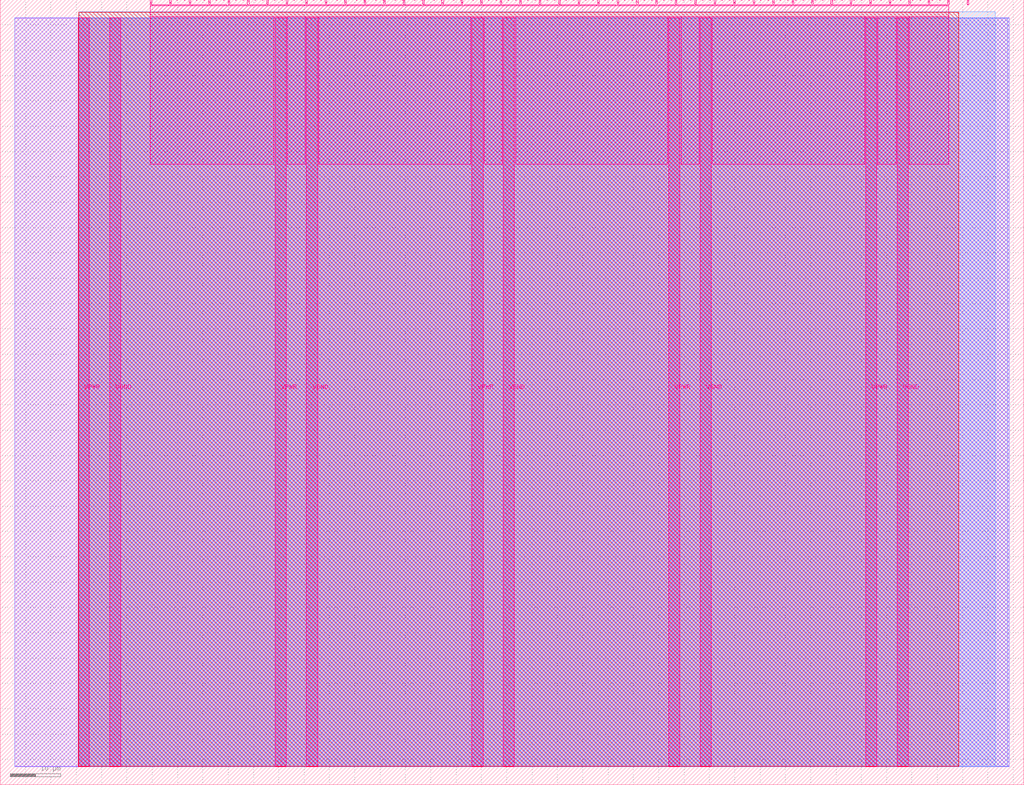
<source format=lef>
VERSION 5.7 ;
  NOWIREEXTENSIONATPIN ON ;
  DIVIDERCHAR "/" ;
  BUSBITCHARS "[]" ;
MACRO tt_um_JesusMinguillon_freqSweep
  CLASS BLOCK ;
  FOREIGN tt_um_JesusMinguillon_freqSweep ;
  ORIGIN 0.000 0.000 ;
  SIZE 202.080 BY 154.980 ;
  PIN VGND
    DIRECTION INOUT ;
    USE GROUND ;
    PORT
      LAYER Metal5 ;
        RECT 21.580 3.560 23.780 151.420 ;
    END
    PORT
      LAYER Metal5 ;
        RECT 60.450 3.560 62.650 151.420 ;
    END
    PORT
      LAYER Metal5 ;
        RECT 99.320 3.560 101.520 151.420 ;
    END
    PORT
      LAYER Metal5 ;
        RECT 138.190 3.560 140.390 151.420 ;
    END
    PORT
      LAYER Metal5 ;
        RECT 177.060 3.560 179.260 151.420 ;
    END
  END VGND
  PIN VPWR
    DIRECTION INOUT ;
    USE POWER ;
    PORT
      LAYER Metal5 ;
        RECT 15.380 3.560 17.580 151.420 ;
    END
    PORT
      LAYER Metal5 ;
        RECT 54.250 3.560 56.450 151.420 ;
    END
    PORT
      LAYER Metal5 ;
        RECT 93.120 3.560 95.320 151.420 ;
    END
    PORT
      LAYER Metal5 ;
        RECT 131.990 3.560 134.190 151.420 ;
    END
    PORT
      LAYER Metal5 ;
        RECT 170.860 3.560 173.060 151.420 ;
    END
  END VPWR
  PIN clk
    DIRECTION INPUT ;
    USE SIGNAL ;
    ANTENNAGATEAREA 0.213200 ;
    PORT
      LAYER Metal5 ;
        RECT 187.050 153.980 187.350 154.980 ;
    END
  END clk
  PIN ena
    DIRECTION INPUT ;
    USE SIGNAL ;
    PORT
      LAYER Metal5 ;
        RECT 190.890 153.980 191.190 154.980 ;
    END
  END ena
  PIN rst_n
    DIRECTION INPUT ;
    USE SIGNAL ;
    ANTENNAGATEAREA 0.527800 ;
    PORT
      LAYER Metal5 ;
        RECT 183.210 153.980 183.510 154.980 ;
    END
  END rst_n
  PIN ui_in[0]
    DIRECTION INPUT ;
    USE SIGNAL ;
    ANTENNAGATEAREA 0.180700 ;
    PORT
      LAYER Metal5 ;
        RECT 179.370 153.980 179.670 154.980 ;
    END
  END ui_in[0]
  PIN ui_in[1]
    DIRECTION INPUT ;
    USE SIGNAL ;
    PORT
      LAYER Metal5 ;
        RECT 175.530 153.980 175.830 154.980 ;
    END
  END ui_in[1]
  PIN ui_in[2]
    DIRECTION INPUT ;
    USE SIGNAL ;
    PORT
      LAYER Metal5 ;
        RECT 171.690 153.980 171.990 154.980 ;
    END
  END ui_in[2]
  PIN ui_in[3]
    DIRECTION INPUT ;
    USE SIGNAL ;
    PORT
      LAYER Metal5 ;
        RECT 167.850 153.980 168.150 154.980 ;
    END
  END ui_in[3]
  PIN ui_in[4]
    DIRECTION INPUT ;
    USE SIGNAL ;
    PORT
      LAYER Metal5 ;
        RECT 164.010 153.980 164.310 154.980 ;
    END
  END ui_in[4]
  PIN ui_in[5]
    DIRECTION INPUT ;
    USE SIGNAL ;
    PORT
      LAYER Metal5 ;
        RECT 160.170 153.980 160.470 154.980 ;
    END
  END ui_in[5]
  PIN ui_in[6]
    DIRECTION INPUT ;
    USE SIGNAL ;
    PORT
      LAYER Metal5 ;
        RECT 156.330 153.980 156.630 154.980 ;
    END
  END ui_in[6]
  PIN ui_in[7]
    DIRECTION INPUT ;
    USE SIGNAL ;
    PORT
      LAYER Metal5 ;
        RECT 152.490 153.980 152.790 154.980 ;
    END
  END ui_in[7]
  PIN uio_in[0]
    DIRECTION INPUT ;
    USE SIGNAL ;
    PORT
      LAYER Metal5 ;
        RECT 148.650 153.980 148.950 154.980 ;
    END
  END uio_in[0]
  PIN uio_in[1]
    DIRECTION INPUT ;
    USE SIGNAL ;
    PORT
      LAYER Metal5 ;
        RECT 144.810 153.980 145.110 154.980 ;
    END
  END uio_in[1]
  PIN uio_in[2]
    DIRECTION INPUT ;
    USE SIGNAL ;
    PORT
      LAYER Metal5 ;
        RECT 140.970 153.980 141.270 154.980 ;
    END
  END uio_in[2]
  PIN uio_in[3]
    DIRECTION INPUT ;
    USE SIGNAL ;
    PORT
      LAYER Metal5 ;
        RECT 137.130 153.980 137.430 154.980 ;
    END
  END uio_in[3]
  PIN uio_in[4]
    DIRECTION INPUT ;
    USE SIGNAL ;
    PORT
      LAYER Metal5 ;
        RECT 133.290 153.980 133.590 154.980 ;
    END
  END uio_in[4]
  PIN uio_in[5]
    DIRECTION INPUT ;
    USE SIGNAL ;
    PORT
      LAYER Metal5 ;
        RECT 129.450 153.980 129.750 154.980 ;
    END
  END uio_in[5]
  PIN uio_in[6]
    DIRECTION INPUT ;
    USE SIGNAL ;
    PORT
      LAYER Metal5 ;
        RECT 125.610 153.980 125.910 154.980 ;
    END
  END uio_in[6]
  PIN uio_in[7]
    DIRECTION INPUT ;
    USE SIGNAL ;
    PORT
      LAYER Metal5 ;
        RECT 121.770 153.980 122.070 154.980 ;
    END
  END uio_in[7]
  PIN uio_oe[0]
    DIRECTION OUTPUT ;
    USE SIGNAL ;
    ANTENNADIFFAREA 0.299200 ;
    PORT
      LAYER Metal5 ;
        RECT 56.490 153.980 56.790 154.980 ;
    END
  END uio_oe[0]
  PIN uio_oe[1]
    DIRECTION OUTPUT ;
    USE SIGNAL ;
    ANTENNADIFFAREA 0.299200 ;
    PORT
      LAYER Metal5 ;
        RECT 52.650 153.980 52.950 154.980 ;
    END
  END uio_oe[1]
  PIN uio_oe[2]
    DIRECTION OUTPUT ;
    USE SIGNAL ;
    ANTENNADIFFAREA 0.299200 ;
    PORT
      LAYER Metal5 ;
        RECT 48.810 153.980 49.110 154.980 ;
    END
  END uio_oe[2]
  PIN uio_oe[3]
    DIRECTION OUTPUT ;
    USE SIGNAL ;
    ANTENNADIFFAREA 0.299200 ;
    PORT
      LAYER Metal5 ;
        RECT 44.970 153.980 45.270 154.980 ;
    END
  END uio_oe[3]
  PIN uio_oe[4]
    DIRECTION OUTPUT ;
    USE SIGNAL ;
    ANTENNADIFFAREA 0.299200 ;
    PORT
      LAYER Metal5 ;
        RECT 41.130 153.980 41.430 154.980 ;
    END
  END uio_oe[4]
  PIN uio_oe[5]
    DIRECTION OUTPUT ;
    USE SIGNAL ;
    ANTENNADIFFAREA 0.299200 ;
    PORT
      LAYER Metal5 ;
        RECT 37.290 153.980 37.590 154.980 ;
    END
  END uio_oe[5]
  PIN uio_oe[6]
    DIRECTION OUTPUT ;
    USE SIGNAL ;
    ANTENNADIFFAREA 0.299200 ;
    PORT
      LAYER Metal5 ;
        RECT 33.450 153.980 33.750 154.980 ;
    END
  END uio_oe[6]
  PIN uio_oe[7]
    DIRECTION OUTPUT ;
    USE SIGNAL ;
    ANTENNADIFFAREA 0.299200 ;
    PORT
      LAYER Metal5 ;
        RECT 29.610 153.980 29.910 154.980 ;
    END
  END uio_oe[7]
  PIN uio_out[0]
    DIRECTION OUTPUT ;
    USE SIGNAL ;
    ANTENNADIFFAREA 0.299200 ;
    PORT
      LAYER Metal5 ;
        RECT 87.210 153.980 87.510 154.980 ;
    END
  END uio_out[0]
  PIN uio_out[1]
    DIRECTION OUTPUT ;
    USE SIGNAL ;
    ANTENNADIFFAREA 0.299200 ;
    PORT
      LAYER Metal5 ;
        RECT 83.370 153.980 83.670 154.980 ;
    END
  END uio_out[1]
  PIN uio_out[2]
    DIRECTION OUTPUT ;
    USE SIGNAL ;
    ANTENNADIFFAREA 0.299200 ;
    PORT
      LAYER Metal5 ;
        RECT 79.530 153.980 79.830 154.980 ;
    END
  END uio_out[2]
  PIN uio_out[3]
    DIRECTION OUTPUT ;
    USE SIGNAL ;
    ANTENNADIFFAREA 0.299200 ;
    PORT
      LAYER Metal5 ;
        RECT 75.690 153.980 75.990 154.980 ;
    END
  END uio_out[3]
  PIN uio_out[4]
    DIRECTION OUTPUT ;
    USE SIGNAL ;
    ANTENNADIFFAREA 0.299200 ;
    PORT
      LAYER Metal5 ;
        RECT 71.850 153.980 72.150 154.980 ;
    END
  END uio_out[4]
  PIN uio_out[5]
    DIRECTION OUTPUT ;
    USE SIGNAL ;
    ANTENNADIFFAREA 0.299200 ;
    PORT
      LAYER Metal5 ;
        RECT 68.010 153.980 68.310 154.980 ;
    END
  END uio_out[5]
  PIN uio_out[6]
    DIRECTION OUTPUT ;
    USE SIGNAL ;
    ANTENNADIFFAREA 0.299200 ;
    PORT
      LAYER Metal5 ;
        RECT 64.170 153.980 64.470 154.980 ;
    END
  END uio_out[6]
  PIN uio_out[7]
    DIRECTION OUTPUT ;
    USE SIGNAL ;
    ANTENNADIFFAREA 0.299200 ;
    PORT
      LAYER Metal5 ;
        RECT 60.330 153.980 60.630 154.980 ;
    END
  END uio_out[7]
  PIN uo_out[0]
    DIRECTION OUTPUT ;
    USE SIGNAL ;
    ANTENNADIFFAREA 0.654800 ;
    PORT
      LAYER Metal5 ;
        RECT 117.930 153.980 118.230 154.980 ;
    END
  END uo_out[0]
  PIN uo_out[1]
    DIRECTION OUTPUT ;
    USE SIGNAL ;
    ANTENNADIFFAREA 0.299200 ;
    PORT
      LAYER Metal5 ;
        RECT 114.090 153.980 114.390 154.980 ;
    END
  END uo_out[1]
  PIN uo_out[2]
    DIRECTION OUTPUT ;
    USE SIGNAL ;
    ANTENNADIFFAREA 0.299200 ;
    PORT
      LAYER Metal5 ;
        RECT 110.250 153.980 110.550 154.980 ;
    END
  END uo_out[2]
  PIN uo_out[3]
    DIRECTION OUTPUT ;
    USE SIGNAL ;
    ANTENNADIFFAREA 0.299200 ;
    PORT
      LAYER Metal5 ;
        RECT 106.410 153.980 106.710 154.980 ;
    END
  END uo_out[3]
  PIN uo_out[4]
    DIRECTION OUTPUT ;
    USE SIGNAL ;
    ANTENNADIFFAREA 0.299200 ;
    PORT
      LAYER Metal5 ;
        RECT 102.570 153.980 102.870 154.980 ;
    END
  END uo_out[4]
  PIN uo_out[5]
    DIRECTION OUTPUT ;
    USE SIGNAL ;
    ANTENNADIFFAREA 0.299200 ;
    PORT
      LAYER Metal5 ;
        RECT 98.730 153.980 99.030 154.980 ;
    END
  END uo_out[5]
  PIN uo_out[6]
    DIRECTION OUTPUT ;
    USE SIGNAL ;
    ANTENNADIFFAREA 0.299200 ;
    PORT
      LAYER Metal5 ;
        RECT 94.890 153.980 95.190 154.980 ;
    END
  END uo_out[6]
  PIN uo_out[7]
    DIRECTION OUTPUT ;
    USE SIGNAL ;
    ANTENNADIFFAREA 0.299200 ;
    PORT
      LAYER Metal5 ;
        RECT 91.050 153.980 91.350 154.980 ;
    END
  END uo_out[7]
  OBS
      LAYER GatPoly ;
        RECT 2.880 3.630 199.200 151.350 ;
      LAYER Metal1 ;
        RECT 2.880 3.560 199.200 151.420 ;
      LAYER Metal2 ;
        RECT 15.515 3.680 198.865 151.300 ;
      LAYER Metal3 ;
        RECT 15.560 3.635 196.420 152.605 ;
      LAYER Metal4 ;
        RECT 15.515 3.680 189.265 152.560 ;
      LAYER Metal5 ;
        RECT 30.120 153.770 33.240 153.980 ;
        RECT 33.960 153.770 37.080 153.980 ;
        RECT 37.800 153.770 40.920 153.980 ;
        RECT 41.640 153.770 44.760 153.980 ;
        RECT 45.480 153.770 48.600 153.980 ;
        RECT 49.320 153.770 52.440 153.980 ;
        RECT 53.160 153.770 56.280 153.980 ;
        RECT 57.000 153.770 60.120 153.980 ;
        RECT 60.840 153.770 63.960 153.980 ;
        RECT 64.680 153.770 67.800 153.980 ;
        RECT 68.520 153.770 71.640 153.980 ;
        RECT 72.360 153.770 75.480 153.980 ;
        RECT 76.200 153.770 79.320 153.980 ;
        RECT 80.040 153.770 83.160 153.980 ;
        RECT 83.880 153.770 87.000 153.980 ;
        RECT 87.720 153.770 90.840 153.980 ;
        RECT 91.560 153.770 94.680 153.980 ;
        RECT 95.400 153.770 98.520 153.980 ;
        RECT 99.240 153.770 102.360 153.980 ;
        RECT 103.080 153.770 106.200 153.980 ;
        RECT 106.920 153.770 110.040 153.980 ;
        RECT 110.760 153.770 113.880 153.980 ;
        RECT 114.600 153.770 117.720 153.980 ;
        RECT 118.440 153.770 121.560 153.980 ;
        RECT 122.280 153.770 125.400 153.980 ;
        RECT 126.120 153.770 129.240 153.980 ;
        RECT 129.960 153.770 133.080 153.980 ;
        RECT 133.800 153.770 136.920 153.980 ;
        RECT 137.640 153.770 140.760 153.980 ;
        RECT 141.480 153.770 144.600 153.980 ;
        RECT 145.320 153.770 148.440 153.980 ;
        RECT 149.160 153.770 152.280 153.980 ;
        RECT 153.000 153.770 156.120 153.980 ;
        RECT 156.840 153.770 159.960 153.980 ;
        RECT 160.680 153.770 163.800 153.980 ;
        RECT 164.520 153.770 167.640 153.980 ;
        RECT 168.360 153.770 171.480 153.980 ;
        RECT 172.200 153.770 175.320 153.980 ;
        RECT 176.040 153.770 179.160 153.980 ;
        RECT 179.880 153.770 183.000 153.980 ;
        RECT 183.720 153.770 186.840 153.980 ;
        RECT 29.660 151.630 187.300 153.770 ;
        RECT 29.660 122.495 54.040 151.630 ;
        RECT 56.660 122.495 60.240 151.630 ;
        RECT 62.860 122.495 92.910 151.630 ;
        RECT 95.530 122.495 99.110 151.630 ;
        RECT 101.730 122.495 131.780 151.630 ;
        RECT 134.400 122.495 137.980 151.630 ;
        RECT 140.600 122.495 170.650 151.630 ;
        RECT 173.270 122.495 176.850 151.630 ;
        RECT 179.470 122.495 187.300 151.630 ;
  END
END tt_um_JesusMinguillon_freqSweep
END LIBRARY


</source>
